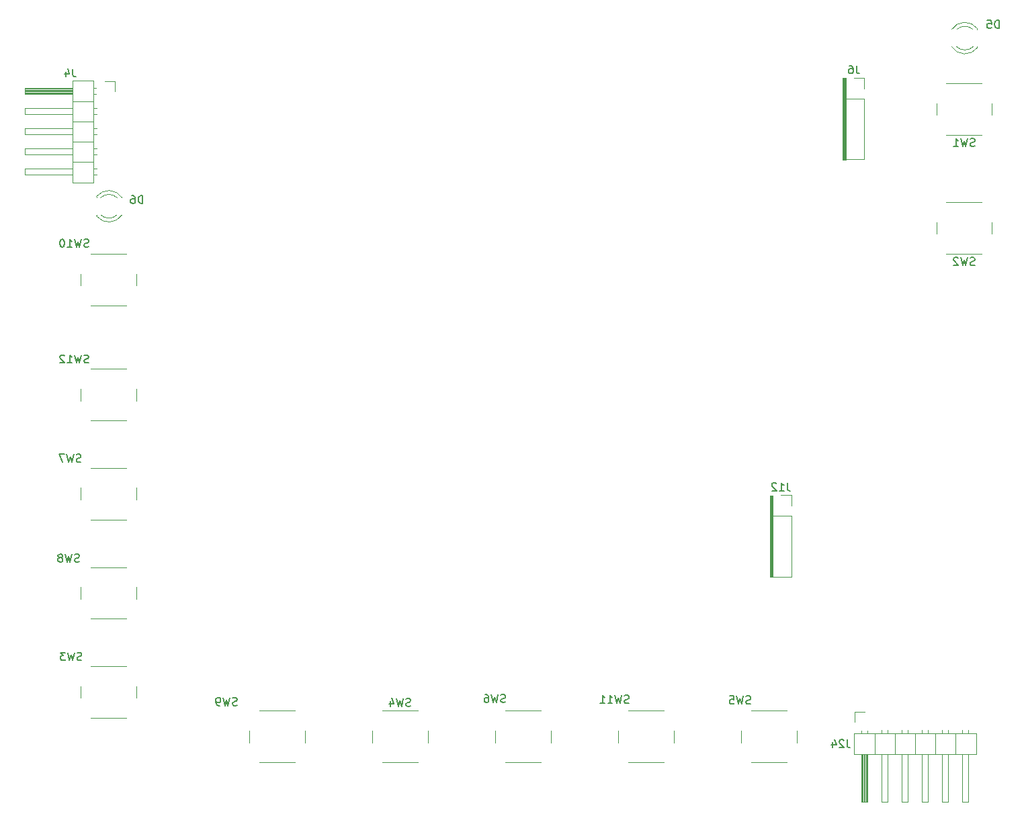
<source format=gbr>
G04 #@! TF.GenerationSoftware,KiCad,Pcbnew,(5.1.5-0-10_14)*
G04 #@! TF.CreationDate,2020-07-08T15:30:13+02:00*
G04 #@! TF.ProjectId,Main_Board_v1_3_smd,4d61696e-5f42-46f6-9172-645f76315f33,rev?*
G04 #@! TF.SameCoordinates,Original*
G04 #@! TF.FileFunction,Legend,Bot*
G04 #@! TF.FilePolarity,Positive*
%FSLAX46Y46*%
G04 Gerber Fmt 4.6, Leading zero omitted, Abs format (unit mm)*
G04 Created by KiCad (PCBNEW (5.1.5-0-10_14)) date 2020-07-08 15:30:13*
%MOMM*%
%LPD*%
G04 APERTURE LIST*
%ADD10C,0.120000*%
%ADD11C,0.100000*%
%ADD12C,0.150000*%
G04 APERTURE END LIST*
D10*
X34911814Y-42099383D02*
X33641814Y-42099383D01*
X34911814Y-43369383D02*
X34911814Y-42099383D01*
X32598885Y-53909383D02*
X32201814Y-53909383D01*
X32598885Y-53149383D02*
X32201814Y-53149383D01*
X23541814Y-53909383D02*
X29541814Y-53909383D01*
X23541814Y-53149383D02*
X23541814Y-53909383D01*
X29541814Y-53149383D02*
X23541814Y-53149383D01*
X32201814Y-52259383D02*
X29541814Y-52259383D01*
X32598885Y-51369383D02*
X32201814Y-51369383D01*
X32598885Y-50609383D02*
X32201814Y-50609383D01*
X23541814Y-51369383D02*
X29541814Y-51369383D01*
X23541814Y-50609383D02*
X23541814Y-51369383D01*
X29541814Y-50609383D02*
X23541814Y-50609383D01*
X32201814Y-49719383D02*
X29541814Y-49719383D01*
X32598885Y-48829383D02*
X32201814Y-48829383D01*
X32598885Y-48069383D02*
X32201814Y-48069383D01*
X23541814Y-48829383D02*
X29541814Y-48829383D01*
X23541814Y-48069383D02*
X23541814Y-48829383D01*
X29541814Y-48069383D02*
X23541814Y-48069383D01*
X32201814Y-47179383D02*
X29541814Y-47179383D01*
X32598885Y-46289383D02*
X32201814Y-46289383D01*
X32598885Y-45529383D02*
X32201814Y-45529383D01*
X23541814Y-46289383D02*
X29541814Y-46289383D01*
X23541814Y-45529383D02*
X23541814Y-46289383D01*
X29541814Y-45529383D02*
X23541814Y-45529383D01*
X32201814Y-44639383D02*
X29541814Y-44639383D01*
X32531814Y-43749383D02*
X32201814Y-43749383D01*
X32531814Y-42989383D02*
X32201814Y-42989383D01*
X29541814Y-43649383D02*
X23541814Y-43649383D01*
X29541814Y-43529383D02*
X23541814Y-43529383D01*
X29541814Y-43409383D02*
X23541814Y-43409383D01*
X29541814Y-43289383D02*
X23541814Y-43289383D01*
X29541814Y-43169383D02*
X23541814Y-43169383D01*
X29541814Y-43049383D02*
X23541814Y-43049383D01*
X23541814Y-43749383D02*
X29541814Y-43749383D01*
X23541814Y-42989383D02*
X23541814Y-43749383D01*
X29541814Y-42989383D02*
X23541814Y-42989383D01*
X29541814Y-42039383D02*
X32201814Y-42039383D01*
X29541814Y-54859383D02*
X29541814Y-42039383D01*
X32201814Y-54859383D02*
X29541814Y-54859383D01*
X32201814Y-42039383D02*
X32201814Y-54859383D01*
X128087854Y-121599383D02*
X128087854Y-122869383D01*
X129357854Y-121599383D02*
X128087854Y-121599383D01*
X142437854Y-123912312D02*
X142437854Y-124309383D01*
X141677854Y-123912312D02*
X141677854Y-124309383D01*
X142437854Y-132969383D02*
X142437854Y-126969383D01*
X141677854Y-132969383D02*
X142437854Y-132969383D01*
X141677854Y-126969383D02*
X141677854Y-132969383D01*
X140787854Y-124309383D02*
X140787854Y-126969383D01*
X139897854Y-123912312D02*
X139897854Y-124309383D01*
X139137854Y-123912312D02*
X139137854Y-124309383D01*
X139897854Y-132969383D02*
X139897854Y-126969383D01*
X139137854Y-132969383D02*
X139897854Y-132969383D01*
X139137854Y-126969383D02*
X139137854Y-132969383D01*
X138247854Y-124309383D02*
X138247854Y-126969383D01*
X137357854Y-123912312D02*
X137357854Y-124309383D01*
X136597854Y-123912312D02*
X136597854Y-124309383D01*
X137357854Y-132969383D02*
X137357854Y-126969383D01*
X136597854Y-132969383D02*
X137357854Y-132969383D01*
X136597854Y-126969383D02*
X136597854Y-132969383D01*
X135707854Y-124309383D02*
X135707854Y-126969383D01*
X134817854Y-123912312D02*
X134817854Y-124309383D01*
X134057854Y-123912312D02*
X134057854Y-124309383D01*
X134817854Y-132969383D02*
X134817854Y-126969383D01*
X134057854Y-132969383D02*
X134817854Y-132969383D01*
X134057854Y-126969383D02*
X134057854Y-132969383D01*
X133167854Y-124309383D02*
X133167854Y-126969383D01*
X132277854Y-123912312D02*
X132277854Y-124309383D01*
X131517854Y-123912312D02*
X131517854Y-124309383D01*
X132277854Y-132969383D02*
X132277854Y-126969383D01*
X131517854Y-132969383D02*
X132277854Y-132969383D01*
X131517854Y-126969383D02*
X131517854Y-132969383D01*
X130627854Y-124309383D02*
X130627854Y-126969383D01*
X129737854Y-123979383D02*
X129737854Y-124309383D01*
X128977854Y-123979383D02*
X128977854Y-124309383D01*
X129637854Y-126969383D02*
X129637854Y-132969383D01*
X129517854Y-126969383D02*
X129517854Y-132969383D01*
X129397854Y-126969383D02*
X129397854Y-132969383D01*
X129277854Y-126969383D02*
X129277854Y-132969383D01*
X129157854Y-126969383D02*
X129157854Y-132969383D01*
X129037854Y-126969383D02*
X129037854Y-132969383D01*
X129737854Y-132969383D02*
X129737854Y-126969383D01*
X128977854Y-132969383D02*
X129737854Y-132969383D01*
X128977854Y-126969383D02*
X128977854Y-132969383D01*
X128027854Y-126969383D02*
X128027854Y-124309383D01*
X143387854Y-126969383D02*
X128027854Y-126969383D01*
X143387854Y-124309383D02*
X143387854Y-126969383D01*
X128027854Y-124309383D02*
X143387854Y-124309383D01*
X67307854Y-125469383D02*
X67307854Y-123969383D01*
X68557854Y-121469383D02*
X73057854Y-121469383D01*
X74307854Y-123969383D02*
X74307854Y-125469383D01*
X73057854Y-127969383D02*
X68557854Y-127969383D01*
X30607854Y-82369383D02*
X30607854Y-80869383D01*
X31857854Y-78369383D02*
X36357854Y-78369383D01*
X37607854Y-80869383D02*
X37607854Y-82369383D01*
X36357854Y-84869383D02*
X31857854Y-84869383D01*
X98307854Y-125469383D02*
X98307854Y-123969383D01*
X99557854Y-121469383D02*
X104057854Y-121469383D01*
X105307854Y-123969383D02*
X105307854Y-125469383D01*
X104057854Y-127969383D02*
X99557854Y-127969383D01*
X30607854Y-67869383D02*
X30607854Y-66369383D01*
X31857854Y-63869383D02*
X36357854Y-63869383D01*
X37607854Y-66369383D02*
X37607854Y-67869383D01*
X36357854Y-70369383D02*
X31857854Y-70369383D01*
X51807854Y-125469383D02*
X51807854Y-123969383D01*
X53057854Y-121469383D02*
X57557854Y-121469383D01*
X58807854Y-123969383D02*
X58807854Y-125469383D01*
X57557854Y-127969383D02*
X53057854Y-127969383D01*
X30607854Y-107369383D02*
X30607854Y-105869383D01*
X31857854Y-103369383D02*
X36357854Y-103369383D01*
X37607854Y-105869383D02*
X37607854Y-107369383D01*
X36357854Y-109869383D02*
X31857854Y-109869383D01*
X30607854Y-94869383D02*
X30607854Y-93369383D01*
X31857854Y-90869383D02*
X36357854Y-90869383D01*
X37607854Y-93369383D02*
X37607854Y-94869383D01*
X36357854Y-97369383D02*
X31857854Y-97369383D01*
X82807854Y-125469383D02*
X82807854Y-123969383D01*
X84057854Y-121469383D02*
X88557854Y-121469383D01*
X89807854Y-123969383D02*
X89807854Y-125469383D01*
X88557854Y-127969383D02*
X84057854Y-127969383D01*
X113807854Y-125469383D02*
X113807854Y-123969383D01*
X115057854Y-121469383D02*
X119557854Y-121469383D01*
X120807854Y-123969383D02*
X120807854Y-125469383D01*
X119557854Y-127969383D02*
X115057854Y-127969383D01*
X30607854Y-119869383D02*
X30607854Y-118369383D01*
X31857854Y-115869383D02*
X36357854Y-115869383D01*
X37607854Y-118369383D02*
X37607854Y-119869383D01*
X36357854Y-122369383D02*
X31857854Y-122369383D01*
X32567854Y-56789383D02*
X32567854Y-56633383D01*
X32567854Y-59105383D02*
X32567854Y-58949383D01*
X35168984Y-56789546D02*
G75*
G03X33086893Y-56789383I-1041130J-1079837D01*
G01*
X35168984Y-58949220D02*
G75*
G02X33086893Y-58949383I-1041130J1079837D01*
G01*
X35800189Y-56790775D02*
G75*
G03X32567854Y-56633867I-1672335J-1078608D01*
G01*
X35800189Y-58947991D02*
G75*
G02X32567854Y-59104899I-1672335J1078608D01*
G01*
X145397954Y-59869383D02*
X145397954Y-61369383D01*
X144147954Y-63869383D02*
X139647954Y-63869383D01*
X138397954Y-61369383D02*
X138397954Y-59869383D01*
X139647954Y-57369383D02*
X144147954Y-57369383D01*
X145397954Y-44869383D02*
X145397954Y-46369383D01*
X144147954Y-48869383D02*
X139647954Y-48869383D01*
X138397954Y-46369383D02*
X138397954Y-44869383D01*
X139647954Y-42369383D02*
X144147954Y-42369383D01*
X143547854Y-37749383D02*
X143547854Y-37905383D01*
X143547854Y-35433383D02*
X143547854Y-35589383D01*
X140946724Y-37749220D02*
G75*
G03X143028815Y-37749383I1041130J1079837D01*
G01*
X140946724Y-35589546D02*
G75*
G02X143028815Y-35589383I1041130J-1079837D01*
G01*
X140315519Y-37747991D02*
G75*
G03X143547854Y-37904899I1672335J1078608D01*
G01*
X140315519Y-35590775D02*
G75*
G02X143547854Y-35433867I1672335J-1078608D01*
G01*
D11*
G36*
X117397854Y-104607383D02*
G01*
X117797854Y-104607383D01*
X117797854Y-94307383D01*
X117397854Y-94307383D01*
X117397854Y-104607383D01*
G37*
X117397854Y-104607383D02*
X117797854Y-104607383D01*
X117797854Y-94307383D01*
X117397854Y-94307383D01*
X117397854Y-104607383D01*
G36*
X117497854Y-104507383D02*
G01*
X117697854Y-104507383D01*
X117697854Y-94307383D01*
X117497854Y-94307383D01*
X117497854Y-104507383D01*
G37*
X117497854Y-104507383D02*
X117697854Y-104507383D01*
X117697854Y-94307383D01*
X117497854Y-94307383D01*
X117497854Y-104507383D01*
D10*
X120127854Y-94277383D02*
X118797854Y-94277383D01*
X120127854Y-95607383D02*
X120127854Y-94277383D01*
X120127854Y-96877383D02*
X117467854Y-96877383D01*
X117467854Y-96877383D02*
X117467854Y-104557383D01*
X120127854Y-96877383D02*
X120127854Y-104557383D01*
X120127854Y-104557383D02*
X117467854Y-104557383D01*
D11*
G36*
X126600000Y-52000000D02*
G01*
X127000000Y-52000000D01*
X127000000Y-41700000D01*
X126600000Y-41700000D01*
X126600000Y-52000000D01*
G37*
X126600000Y-52000000D02*
X127000000Y-52000000D01*
X127000000Y-41700000D01*
X126600000Y-41700000D01*
X126600000Y-52000000D01*
G36*
X126700000Y-51900000D02*
G01*
X126900000Y-51900000D01*
X126900000Y-41700000D01*
X126700000Y-41700000D01*
X126700000Y-51900000D01*
G37*
X126700000Y-51900000D02*
X126900000Y-51900000D01*
X126900000Y-41700000D01*
X126700000Y-41700000D01*
X126700000Y-51900000D01*
D10*
X129330000Y-41670000D02*
X128000000Y-41670000D01*
X129330000Y-43000000D02*
X129330000Y-41670000D01*
X129330000Y-44270000D02*
X126670000Y-44270000D01*
X126670000Y-44270000D02*
X126670000Y-51950000D01*
X129330000Y-44270000D02*
X129330000Y-51950000D01*
X129330000Y-51950000D02*
X126670000Y-51950000D01*
D12*
X29590147Y-40551763D02*
X29590147Y-41266049D01*
X29637766Y-41408906D01*
X29733004Y-41504144D01*
X29875861Y-41551763D01*
X29971099Y-41551763D01*
X28685385Y-40885097D02*
X28685385Y-41551763D01*
X28923480Y-40504144D02*
X29161575Y-41218430D01*
X28542528Y-41218430D01*
X127167377Y-125121763D02*
X127167377Y-125836049D01*
X127214996Y-125978906D01*
X127310234Y-126074144D01*
X127453092Y-126121763D01*
X127548330Y-126121763D01*
X126738806Y-125217002D02*
X126691187Y-125169383D01*
X126595949Y-125121763D01*
X126357854Y-125121763D01*
X126262615Y-125169383D01*
X126214996Y-125217002D01*
X126167377Y-125312240D01*
X126167377Y-125407478D01*
X126214996Y-125550335D01*
X126786425Y-126121763D01*
X126167377Y-126121763D01*
X125310234Y-125455097D02*
X125310234Y-126121763D01*
X125548330Y-125074144D02*
X125786425Y-125788430D01*
X125167377Y-125788430D01*
X72141187Y-120874144D02*
X71998330Y-120921763D01*
X71760234Y-120921763D01*
X71664996Y-120874144D01*
X71617377Y-120826525D01*
X71569758Y-120731287D01*
X71569758Y-120636049D01*
X71617377Y-120540811D01*
X71664996Y-120493192D01*
X71760234Y-120445573D01*
X71950711Y-120397954D01*
X72045949Y-120350335D01*
X72093568Y-120302716D01*
X72141187Y-120207478D01*
X72141187Y-120112240D01*
X72093568Y-120017002D01*
X72045949Y-119969383D01*
X71950711Y-119921763D01*
X71712615Y-119921763D01*
X71569758Y-119969383D01*
X71236425Y-119921763D02*
X70998330Y-120921763D01*
X70807854Y-120207478D01*
X70617377Y-120921763D01*
X70379282Y-119921763D01*
X69569758Y-120255097D02*
X69569758Y-120921763D01*
X69807854Y-119874144D02*
X70045949Y-120588430D01*
X69426901Y-120588430D01*
X31567377Y-77574144D02*
X31424520Y-77621763D01*
X31186425Y-77621763D01*
X31091187Y-77574144D01*
X31043568Y-77526525D01*
X30995949Y-77431287D01*
X30995949Y-77336049D01*
X31043568Y-77240811D01*
X31091187Y-77193192D01*
X31186425Y-77145573D01*
X31376901Y-77097954D01*
X31472139Y-77050335D01*
X31519758Y-77002716D01*
X31567377Y-76907478D01*
X31567377Y-76812240D01*
X31519758Y-76717002D01*
X31472139Y-76669383D01*
X31376901Y-76621763D01*
X31138806Y-76621763D01*
X30995949Y-76669383D01*
X30662615Y-76621763D02*
X30424520Y-77621763D01*
X30234044Y-76907478D01*
X30043568Y-77621763D01*
X29805473Y-76621763D01*
X28900711Y-77621763D02*
X29472139Y-77621763D01*
X29186425Y-77621763D02*
X29186425Y-76621763D01*
X29281663Y-76764621D01*
X29376901Y-76859859D01*
X29472139Y-76907478D01*
X28519758Y-76717002D02*
X28472139Y-76669383D01*
X28376901Y-76621763D01*
X28138806Y-76621763D01*
X28043568Y-76669383D01*
X27995949Y-76717002D01*
X27948330Y-76812240D01*
X27948330Y-76907478D01*
X27995949Y-77050335D01*
X28567377Y-77621763D01*
X27948330Y-77621763D01*
X99667377Y-120474144D02*
X99524520Y-120521763D01*
X99286425Y-120521763D01*
X99191187Y-120474144D01*
X99143568Y-120426525D01*
X99095949Y-120331287D01*
X99095949Y-120236049D01*
X99143568Y-120140811D01*
X99191187Y-120093192D01*
X99286425Y-120045573D01*
X99476901Y-119997954D01*
X99572139Y-119950335D01*
X99619758Y-119902716D01*
X99667377Y-119807478D01*
X99667377Y-119712240D01*
X99619758Y-119617002D01*
X99572139Y-119569383D01*
X99476901Y-119521763D01*
X99238806Y-119521763D01*
X99095949Y-119569383D01*
X98762615Y-119521763D02*
X98524520Y-120521763D01*
X98334044Y-119807478D01*
X98143568Y-120521763D01*
X97905473Y-119521763D01*
X97000711Y-120521763D02*
X97572139Y-120521763D01*
X97286425Y-120521763D02*
X97286425Y-119521763D01*
X97381663Y-119664621D01*
X97476901Y-119759859D01*
X97572139Y-119807478D01*
X96048330Y-120521763D02*
X96619758Y-120521763D01*
X96334044Y-120521763D02*
X96334044Y-119521763D01*
X96429282Y-119664621D01*
X96524520Y-119759859D01*
X96619758Y-119807478D01*
X31567377Y-62974144D02*
X31424520Y-63021763D01*
X31186425Y-63021763D01*
X31091187Y-62974144D01*
X31043568Y-62926525D01*
X30995949Y-62831287D01*
X30995949Y-62736049D01*
X31043568Y-62640811D01*
X31091187Y-62593192D01*
X31186425Y-62545573D01*
X31376901Y-62497954D01*
X31472139Y-62450335D01*
X31519758Y-62402716D01*
X31567377Y-62307478D01*
X31567377Y-62212240D01*
X31519758Y-62117002D01*
X31472139Y-62069383D01*
X31376901Y-62021763D01*
X31138806Y-62021763D01*
X30995949Y-62069383D01*
X30662615Y-62021763D02*
X30424520Y-63021763D01*
X30234044Y-62307478D01*
X30043568Y-63021763D01*
X29805473Y-62021763D01*
X28900711Y-63021763D02*
X29472139Y-63021763D01*
X29186425Y-63021763D02*
X29186425Y-62021763D01*
X29281663Y-62164621D01*
X29376901Y-62259859D01*
X29472139Y-62307478D01*
X28281663Y-62021763D02*
X28186425Y-62021763D01*
X28091187Y-62069383D01*
X28043568Y-62117002D01*
X27995949Y-62212240D01*
X27948330Y-62402716D01*
X27948330Y-62640811D01*
X27995949Y-62831287D01*
X28043568Y-62926525D01*
X28091187Y-62974144D01*
X28186425Y-63021763D01*
X28281663Y-63021763D01*
X28376901Y-62974144D01*
X28424520Y-62926525D01*
X28472139Y-62831287D01*
X28519758Y-62640811D01*
X28519758Y-62402716D01*
X28472139Y-62212240D01*
X28424520Y-62117002D01*
X28376901Y-62069383D01*
X28281663Y-62021763D01*
X50291187Y-120774144D02*
X50148330Y-120821763D01*
X49910234Y-120821763D01*
X49814996Y-120774144D01*
X49767377Y-120726525D01*
X49719758Y-120631287D01*
X49719758Y-120536049D01*
X49767377Y-120440811D01*
X49814996Y-120393192D01*
X49910234Y-120345573D01*
X50100711Y-120297954D01*
X50195949Y-120250335D01*
X50243568Y-120202716D01*
X50291187Y-120107478D01*
X50291187Y-120012240D01*
X50243568Y-119917002D01*
X50195949Y-119869383D01*
X50100711Y-119821763D01*
X49862615Y-119821763D01*
X49719758Y-119869383D01*
X49386425Y-119821763D02*
X49148330Y-120821763D01*
X48957854Y-120107478D01*
X48767377Y-120821763D01*
X48529282Y-119821763D01*
X48100711Y-120821763D02*
X47910234Y-120821763D01*
X47814996Y-120774144D01*
X47767377Y-120726525D01*
X47672139Y-120583668D01*
X47624520Y-120393192D01*
X47624520Y-120012240D01*
X47672139Y-119917002D01*
X47719758Y-119869383D01*
X47814996Y-119821763D01*
X48005473Y-119821763D01*
X48100711Y-119869383D01*
X48148330Y-119917002D01*
X48195949Y-120012240D01*
X48195949Y-120250335D01*
X48148330Y-120345573D01*
X48100711Y-120393192D01*
X48005473Y-120440811D01*
X47814996Y-120440811D01*
X47719758Y-120393192D01*
X47672139Y-120345573D01*
X47624520Y-120250335D01*
X30391187Y-102674144D02*
X30248330Y-102721763D01*
X30010234Y-102721763D01*
X29914996Y-102674144D01*
X29867377Y-102626525D01*
X29819758Y-102531287D01*
X29819758Y-102436049D01*
X29867377Y-102340811D01*
X29914996Y-102293192D01*
X30010234Y-102245573D01*
X30200711Y-102197954D01*
X30295949Y-102150335D01*
X30343568Y-102102716D01*
X30391187Y-102007478D01*
X30391187Y-101912240D01*
X30343568Y-101817002D01*
X30295949Y-101769383D01*
X30200711Y-101721763D01*
X29962615Y-101721763D01*
X29819758Y-101769383D01*
X29486425Y-101721763D02*
X29248330Y-102721763D01*
X29057854Y-102007478D01*
X28867377Y-102721763D01*
X28629282Y-101721763D01*
X28105473Y-102150335D02*
X28200711Y-102102716D01*
X28248330Y-102055097D01*
X28295949Y-101959859D01*
X28295949Y-101912240D01*
X28248330Y-101817002D01*
X28200711Y-101769383D01*
X28105473Y-101721763D01*
X27914996Y-101721763D01*
X27819758Y-101769383D01*
X27772139Y-101817002D01*
X27724520Y-101912240D01*
X27724520Y-101959859D01*
X27772139Y-102055097D01*
X27819758Y-102102716D01*
X27914996Y-102150335D01*
X28105473Y-102150335D01*
X28200711Y-102197954D01*
X28248330Y-102245573D01*
X28295949Y-102340811D01*
X28295949Y-102531287D01*
X28248330Y-102626525D01*
X28200711Y-102674144D01*
X28105473Y-102721763D01*
X27914996Y-102721763D01*
X27819758Y-102674144D01*
X27772139Y-102626525D01*
X27724520Y-102531287D01*
X27724520Y-102340811D01*
X27772139Y-102245573D01*
X27819758Y-102197954D01*
X27914996Y-102150335D01*
X30591187Y-90074144D02*
X30448330Y-90121763D01*
X30210234Y-90121763D01*
X30114996Y-90074144D01*
X30067377Y-90026525D01*
X30019758Y-89931287D01*
X30019758Y-89836049D01*
X30067377Y-89740811D01*
X30114996Y-89693192D01*
X30210234Y-89645573D01*
X30400711Y-89597954D01*
X30495949Y-89550335D01*
X30543568Y-89502716D01*
X30591187Y-89407478D01*
X30591187Y-89312240D01*
X30543568Y-89217002D01*
X30495949Y-89169383D01*
X30400711Y-89121763D01*
X30162615Y-89121763D01*
X30019758Y-89169383D01*
X29686425Y-89121763D02*
X29448330Y-90121763D01*
X29257854Y-89407478D01*
X29067377Y-90121763D01*
X28829282Y-89121763D01*
X28543568Y-89121763D02*
X27876901Y-89121763D01*
X28305473Y-90121763D01*
X84091187Y-120374144D02*
X83948330Y-120421763D01*
X83710234Y-120421763D01*
X83614996Y-120374144D01*
X83567377Y-120326525D01*
X83519758Y-120231287D01*
X83519758Y-120136049D01*
X83567377Y-120040811D01*
X83614996Y-119993192D01*
X83710234Y-119945573D01*
X83900711Y-119897954D01*
X83995949Y-119850335D01*
X84043568Y-119802716D01*
X84091187Y-119707478D01*
X84091187Y-119612240D01*
X84043568Y-119517002D01*
X83995949Y-119469383D01*
X83900711Y-119421763D01*
X83662615Y-119421763D01*
X83519758Y-119469383D01*
X83186425Y-119421763D02*
X82948330Y-120421763D01*
X82757854Y-119707478D01*
X82567377Y-120421763D01*
X82329282Y-119421763D01*
X81519758Y-119421763D02*
X81710234Y-119421763D01*
X81805473Y-119469383D01*
X81853092Y-119517002D01*
X81948330Y-119659859D01*
X81995949Y-119850335D01*
X81995949Y-120231287D01*
X81948330Y-120326525D01*
X81900711Y-120374144D01*
X81805473Y-120421763D01*
X81614996Y-120421763D01*
X81519758Y-120374144D01*
X81472139Y-120326525D01*
X81424520Y-120231287D01*
X81424520Y-119993192D01*
X81472139Y-119897954D01*
X81519758Y-119850335D01*
X81614996Y-119802716D01*
X81805473Y-119802716D01*
X81900711Y-119850335D01*
X81948330Y-119897954D01*
X81995949Y-119993192D01*
X114991187Y-120574144D02*
X114848330Y-120621763D01*
X114610234Y-120621763D01*
X114514996Y-120574144D01*
X114467377Y-120526525D01*
X114419758Y-120431287D01*
X114419758Y-120336049D01*
X114467377Y-120240811D01*
X114514996Y-120193192D01*
X114610234Y-120145573D01*
X114800711Y-120097954D01*
X114895949Y-120050335D01*
X114943568Y-120002716D01*
X114991187Y-119907478D01*
X114991187Y-119812240D01*
X114943568Y-119717002D01*
X114895949Y-119669383D01*
X114800711Y-119621763D01*
X114562615Y-119621763D01*
X114419758Y-119669383D01*
X114086425Y-119621763D02*
X113848330Y-120621763D01*
X113657854Y-119907478D01*
X113467377Y-120621763D01*
X113229282Y-119621763D01*
X112372139Y-119621763D02*
X112848330Y-119621763D01*
X112895949Y-120097954D01*
X112848330Y-120050335D01*
X112753092Y-120002716D01*
X112514996Y-120002716D01*
X112419758Y-120050335D01*
X112372139Y-120097954D01*
X112324520Y-120193192D01*
X112324520Y-120431287D01*
X112372139Y-120526525D01*
X112419758Y-120574144D01*
X112514996Y-120621763D01*
X112753092Y-120621763D01*
X112848330Y-120574144D01*
X112895949Y-120526525D01*
X30691187Y-115074144D02*
X30548330Y-115121763D01*
X30310234Y-115121763D01*
X30214996Y-115074144D01*
X30167377Y-115026525D01*
X30119758Y-114931287D01*
X30119758Y-114836049D01*
X30167377Y-114740811D01*
X30214996Y-114693192D01*
X30310234Y-114645573D01*
X30500711Y-114597954D01*
X30595949Y-114550335D01*
X30643568Y-114502716D01*
X30691187Y-114407478D01*
X30691187Y-114312240D01*
X30643568Y-114217002D01*
X30595949Y-114169383D01*
X30500711Y-114121763D01*
X30262615Y-114121763D01*
X30119758Y-114169383D01*
X29786425Y-114121763D02*
X29548330Y-115121763D01*
X29357854Y-114407478D01*
X29167377Y-115121763D01*
X28929282Y-114121763D01*
X28643568Y-114121763D02*
X28024520Y-114121763D01*
X28357854Y-114502716D01*
X28214996Y-114502716D01*
X28119758Y-114550335D01*
X28072139Y-114597954D01*
X28024520Y-114693192D01*
X28024520Y-114931287D01*
X28072139Y-115026525D01*
X28119758Y-115074144D01*
X28214996Y-115121763D01*
X28500711Y-115121763D01*
X28595949Y-115074144D01*
X28643568Y-115026525D01*
X38395949Y-57521763D02*
X38395949Y-56521763D01*
X38157854Y-56521763D01*
X38014996Y-56569383D01*
X37919758Y-56664621D01*
X37872139Y-56759859D01*
X37824520Y-56950335D01*
X37824520Y-57093192D01*
X37872139Y-57283668D01*
X37919758Y-57378906D01*
X38014996Y-57474144D01*
X38157854Y-57521763D01*
X38395949Y-57521763D01*
X36967377Y-56521763D02*
X37157854Y-56521763D01*
X37253092Y-56569383D01*
X37300711Y-56617002D01*
X37395949Y-56759859D01*
X37443568Y-56950335D01*
X37443568Y-57331287D01*
X37395949Y-57426525D01*
X37348330Y-57474144D01*
X37253092Y-57521763D01*
X37062615Y-57521763D01*
X36967377Y-57474144D01*
X36919758Y-57426525D01*
X36872139Y-57331287D01*
X36872139Y-57093192D01*
X36919758Y-56997954D01*
X36967377Y-56950335D01*
X37062615Y-56902716D01*
X37253092Y-56902716D01*
X37348330Y-56950335D01*
X37395949Y-56997954D01*
X37443568Y-57093192D01*
X143231287Y-65274144D02*
X143088430Y-65321763D01*
X142850334Y-65321763D01*
X142755096Y-65274144D01*
X142707477Y-65226525D01*
X142659858Y-65131287D01*
X142659858Y-65036049D01*
X142707477Y-64940811D01*
X142755096Y-64893192D01*
X142850334Y-64845573D01*
X143040811Y-64797954D01*
X143136049Y-64750335D01*
X143183668Y-64702716D01*
X143231287Y-64607478D01*
X143231287Y-64512240D01*
X143183668Y-64417002D01*
X143136049Y-64369383D01*
X143040811Y-64321763D01*
X142802715Y-64321763D01*
X142659858Y-64369383D01*
X142326525Y-64321763D02*
X142088430Y-65321763D01*
X141897954Y-64607478D01*
X141707477Y-65321763D01*
X141469382Y-64321763D01*
X141136049Y-64417002D02*
X141088430Y-64369383D01*
X140993192Y-64321763D01*
X140755096Y-64321763D01*
X140659858Y-64369383D01*
X140612239Y-64417002D01*
X140564620Y-64512240D01*
X140564620Y-64607478D01*
X140612239Y-64750335D01*
X141183668Y-65321763D01*
X140564620Y-65321763D01*
X143231287Y-50274144D02*
X143088430Y-50321763D01*
X142850334Y-50321763D01*
X142755096Y-50274144D01*
X142707477Y-50226525D01*
X142659858Y-50131287D01*
X142659858Y-50036049D01*
X142707477Y-49940811D01*
X142755096Y-49893192D01*
X142850334Y-49845573D01*
X143040811Y-49797954D01*
X143136049Y-49750335D01*
X143183668Y-49702716D01*
X143231287Y-49607478D01*
X143231287Y-49512240D01*
X143183668Y-49417002D01*
X143136049Y-49369383D01*
X143040811Y-49321763D01*
X142802715Y-49321763D01*
X142659858Y-49369383D01*
X142326525Y-49321763D02*
X142088430Y-50321763D01*
X141897954Y-49607478D01*
X141707477Y-50321763D01*
X141469382Y-49321763D01*
X140564620Y-50321763D02*
X141136049Y-50321763D01*
X140850334Y-50321763D02*
X140850334Y-49321763D01*
X140945573Y-49464621D01*
X141040811Y-49559859D01*
X141136049Y-49607478D01*
X146295949Y-35421763D02*
X146295949Y-34421763D01*
X146057854Y-34421763D01*
X145914996Y-34469383D01*
X145819758Y-34564621D01*
X145772139Y-34659859D01*
X145724520Y-34850335D01*
X145724520Y-34993192D01*
X145772139Y-35183668D01*
X145819758Y-35278906D01*
X145914996Y-35374144D01*
X146057854Y-35421763D01*
X146295949Y-35421763D01*
X144819758Y-34421763D02*
X145295949Y-34421763D01*
X145343568Y-34897954D01*
X145295949Y-34850335D01*
X145200711Y-34802716D01*
X144962615Y-34802716D01*
X144867377Y-34850335D01*
X144819758Y-34897954D01*
X144772139Y-34993192D01*
X144772139Y-35231287D01*
X144819758Y-35326525D01*
X144867377Y-35374144D01*
X144962615Y-35421763D01*
X145200711Y-35421763D01*
X145295949Y-35374144D01*
X145343568Y-35326525D01*
X119607377Y-92729763D02*
X119607377Y-93444049D01*
X119654996Y-93586906D01*
X119750234Y-93682144D01*
X119893092Y-93729763D01*
X119988330Y-93729763D01*
X118607377Y-93729763D02*
X119178806Y-93729763D01*
X118893092Y-93729763D02*
X118893092Y-92729763D01*
X118988330Y-92872621D01*
X119083568Y-92967859D01*
X119178806Y-93015478D01*
X118226425Y-92825002D02*
X118178806Y-92777383D01*
X118083568Y-92729763D01*
X117845473Y-92729763D01*
X117750234Y-92777383D01*
X117702615Y-92825002D01*
X117654996Y-92920240D01*
X117654996Y-93015478D01*
X117702615Y-93158335D01*
X118274044Y-93729763D01*
X117654996Y-93729763D01*
X128333333Y-40122380D02*
X128333333Y-40836666D01*
X128380952Y-40979523D01*
X128476190Y-41074761D01*
X128619047Y-41122380D01*
X128714285Y-41122380D01*
X127428571Y-40122380D02*
X127619047Y-40122380D01*
X127714285Y-40170000D01*
X127761904Y-40217619D01*
X127857142Y-40360476D01*
X127904761Y-40550952D01*
X127904761Y-40931904D01*
X127857142Y-41027142D01*
X127809523Y-41074761D01*
X127714285Y-41122380D01*
X127523809Y-41122380D01*
X127428571Y-41074761D01*
X127380952Y-41027142D01*
X127333333Y-40931904D01*
X127333333Y-40693809D01*
X127380952Y-40598571D01*
X127428571Y-40550952D01*
X127523809Y-40503333D01*
X127714285Y-40503333D01*
X127809523Y-40550952D01*
X127857142Y-40598571D01*
X127904761Y-40693809D01*
M02*

</source>
